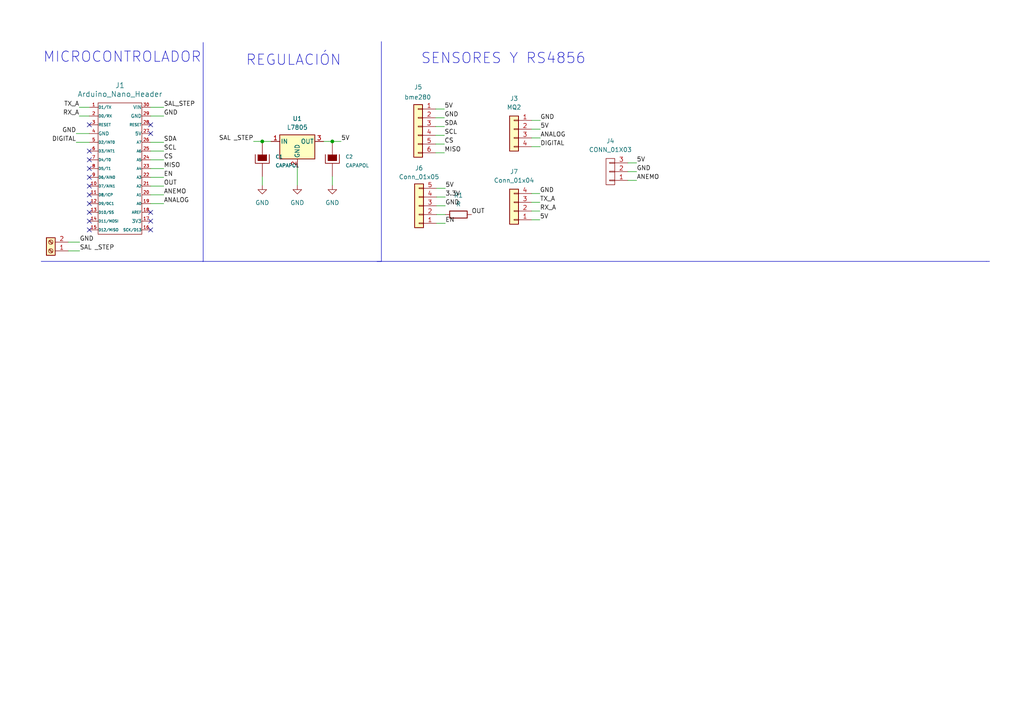
<source format=kicad_sch>
(kicad_sch (version 20230121) (generator eeschema)
  (paper "A4")
  (lib_symbols
    (symbol "Connector:Screw_Terminal_01x02" (pin_names (offset 1.016) hide)
      (property "Reference" "J" (at 0 2.54 0))
      (property "Value" "Screw_Terminal_01x02" (at 0 -5.08 0))
      (symbol "Screw_Terminal_01x02_1_1"
        (rectangle (start -1.27 1.27) (end 1.27 -3.81) (stroke (width 0.254)) (fill (type background)))
        (circle (center 0 -2.54) (radius 0.635) (stroke (width 0.1524)))
        (polyline (pts (xy -0.5334 -2.2098) (xy 0.3302 -3.048)) (stroke (width 0.1524)))
        (polyline (pts (xy -0.5334 0.3302) (xy 0.3302 -0.508)) (stroke (width 0.1524)))
        (polyline (pts (xy -0.3556 -2.032) (xy 0.508 -2.8702)) (stroke (width 0.1524)))
        (polyline (pts (xy -0.3556 0.508) (xy 0.508 -0.3302)) (stroke (width 0.1524)))
        (circle (center 0 0) (radius 0.635) (stroke (width 0.1524)))
        (pin passive line (at -5.08 0 0) (length 3.81) (name "Pin_1") (number "1"))
        (pin passive line (at -5.08 -2.54 0) (length 3.81) (name "Pin_2") (number "2"))
      )
    )
    (symbol "Connector_Generic:Conn_01x04" (pin_names (offset 1.016) hide)
      (property "Reference" "J" (at 0 5.08 0))
      (property "Value" "Conn_01x04" (at 0 -7.62 0))
      (symbol "Conn_01x04_1_1"
        (rectangle (start -1.27 -4.953) (end 0 -5.207) (stroke (width 0.1524)))
        (rectangle (start -1.27 -2.413) (end 0 -2.667) (stroke (width 0.1524)))
        (rectangle (start -1.27 0.127) (end 0 -0.127) (stroke (width 0.1524)))
        (rectangle (start -1.27 2.667) (end 0 2.413) (stroke (width 0.1524)))
        (rectangle (start -1.27 3.81) (end 1.27 -6.35) (stroke (width 0.254)) (fill (type background)))
        (pin passive line (at -5.08 2.54 0) (length 3.81) (name "Pin_1") (number "1"))
        (pin passive line (at -5.08 0 0) (length 3.81) (name "Pin_2") (number "2"))
        (pin passive line (at -5.08 -2.54 0) (length 3.81) (name "Pin_3") (number "3"))
        (pin passive line (at -5.08 -5.08 0) (length 3.81) (name "Pin_4") (number "4"))
      )
    )
    (symbol "Connector_Generic:Conn_01x05" (pin_names (offset 1.016) hide)
      (property "Reference" "J" (at 0 7.62 0))
      (property "Value" "Conn_01x05" (at 0 -7.62 0))
      (symbol "Conn_01x05_1_1"
        (rectangle (start -1.27 -4.953) (end 0 -5.207) (stroke (width 0.1524)))
        (rectangle (start -1.27 -2.413) (end 0 -2.667) (stroke (width 0.1524)))
        (rectangle (start -1.27 0.127) (end 0 -0.127) (stroke (width 0.1524)))
        (rectangle (start -1.27 2.667) (end 0 2.413) (stroke (width 0.1524)))
        (rectangle (start -1.27 5.207) (end 0 4.953) (stroke (width 0.1524)))
        (rectangle (start -1.27 6.35) (end 1.27 -6.35) (stroke (width 0.254)) (fill (type background)))
        (pin passive line (at -5.08 5.08 0) (length 3.81) (name "Pin_1") (number "1"))
        (pin passive line (at -5.08 2.54 0) (length 3.81) (name "Pin_2") (number "2"))
        (pin passive line (at -5.08 0 0) (length 3.81) (name "Pin_3") (number "3"))
        (pin passive line (at -5.08 -2.54 0) (length 3.81) (name "Pin_4") (number "4"))
        (pin passive line (at -5.08 -5.08 0) (length 3.81) (name "Pin_5") (number "5"))
      )
    )
    (symbol "Connector_Generic:Conn_01x06" (pin_names (offset 1.016) hide)
      (property "Reference" "J" (at 0 7.62 0))
      (property "Value" "Conn_01x06" (at 0 -10.16 0))
      (symbol "Conn_01x06_1_1"
        (rectangle (start -1.27 -7.493) (end 0 -7.747) (stroke (width 0.1524)))
        (rectangle (start -1.27 -4.953) (end 0 -5.207) (stroke (width 0.1524)))
        (rectangle (start -1.27 -2.413) (end 0 -2.667) (stroke (width 0.1524)))
        (rectangle (start -1.27 0.127) (end 0 -0.127) (stroke (width 0.1524)))
        (rectangle (start -1.27 2.667) (end 0 2.413) (stroke (width 0.1524)))
        (rectangle (start -1.27 5.207) (end 0 4.953) (stroke (width 0.1524)))
        (rectangle (start -1.27 6.35) (end 1.27 -8.89) (stroke (width 0.254)) (fill (type background)))
        (pin passive line (at -5.08 5.08 0) (length 3.81) (name "Pin_1") (number "1"))
        (pin passive line (at -5.08 2.54 0) (length 3.81) (name "Pin_2") (number "2"))
        (pin passive line (at -5.08 0 0) (length 3.81) (name "Pin_3") (number "3"))
        (pin passive line (at -5.08 -2.54 0) (length 3.81) (name "Pin_4") (number "4"))
        (pin passive line (at -5.08 -5.08 0) (length 3.81) (name "Pin_5") (number "5"))
        (pin passive line (at -5.08 -7.62 0) (length 3.81) (name "Pin_6") (number "6"))
      )
    )
    (symbol "Device:R" (pin_numbers hide) (pin_names (offset 0))
      (property "Reference" "R" (at 2.032 0 90))
      (property "Value" "R" (at 0 0 90))
      (symbol "R_0_1"
        (rectangle (start -1.016 -2.54) (end 1.016 2.54) (stroke (width 0.254)))
      )
      (symbol "R_1_1"
        (pin passive line (at 0 3.81 270) (length 1.27) (name "~") (number "1"))
        (pin passive line (at 0 -3.81 90) (length 1.27) (name "~") (number "2"))
      )
    )
    (symbol "EESTN5:Arduino_Nano_Header" (pin_names (offset 0.0254))
      (property "Reference" "J" (at 0 20.32 0))
      (property "Value" "Arduino_Nano_Header" (at 0 -20.32 0))
      (symbol "Arduino_Nano_Header_0_1"
        (rectangle (start 6.35 -19.05) (end -6.35 19.05))
      )
      (symbol "Arduino_Nano_Header_1_1"
        (pin passive line (at -8.89 17.78 0) (length 2.54) (name "D1/TX") (number "1"))
        (pin passive line (at -8.89 -5.08 0) (length 2.54) (name "D7/AIN1") (number "10"))
        (pin passive line (at -8.89 -7.62 0) (length 2.54) (name "D8/ICP") (number "11"))
        (pin passive line (at -8.89 -10.16 0) (length 2.54) (name "D9/0C1") (number "12"))
        (pin passive line (at -8.89 -12.7 0) (length 2.54) (name "D10/SS") (number "13"))
        (pin passive line (at -8.89 -15.24 0) (length 2.54) (name "D11/MOSI") (number "14"))
        (pin passive line (at -8.89 -17.78 0) (length 2.54) (name "D12/MISO") (number "15"))
        (pin passive line (at 8.89 -17.78 180) (length 2.54) (name "SCK/D13") (number "16"))
        (pin passive line (at 8.89 -15.24 180) (length 2.54) (name "3V3") (number "17"))
        (pin passive line (at 8.89 -12.7 180) (length 2.54) (name "AREF") (number "18"))
        (pin passive line (at 8.89 -10.16 180) (length 2.54) (name "A0") (number "19"))
        (pin passive line (at -8.89 15.24 0) (length 2.54) (name "D0/RX") (number "2"))
        (pin passive line (at 8.89 -7.62 180) (length 2.54) (name "A1") (number "20"))
        (pin passive line (at 8.89 -5.08 180) (length 2.54) (name "A2") (number "21"))
        (pin passive line (at 8.89 -2.54 180) (length 2.54) (name "A3") (number "22"))
        (pin passive line (at 8.89 0 180) (length 2.54) (name "A4") (number "23"))
        (pin passive line (at 8.89 2.54 180) (length 2.54) (name "A5") (number "24"))
        (pin passive line (at 8.89 5.08 180) (length 2.54) (name "A6") (number "25"))
        (pin passive line (at 8.89 7.62 180) (length 2.54) (name "A7") (number "26"))
        (pin passive line (at 8.89 10.16 180) (length 2.54) (name "5V") (number "27"))
        (pin passive line (at 8.89 12.7 180) (length 2.54) (name "RESET") (number "28"))
        (pin passive line (at 8.89 15.24 180) (length 2.54) (name "GND") (number "29"))
        (pin passive line (at -8.89 12.7 0) (length 2.54) (name "RESET") (number "3"))
        (pin passive line (at 8.89 17.78 180) (length 2.54) (name "VIN") (number "30"))
        (pin passive line (at -8.89 10.16 0) (length 2.54) (name "GND") (number "4"))
        (pin passive line (at -8.89 7.62 0) (length 2.54) (name "D2/INT0") (number "5"))
        (pin passive line (at -8.89 5.08 0) (length 2.54) (name "D3/INT1") (number "6"))
        (pin passive line (at -8.89 2.54 0) (length 2.54) (name "D4/T0") (number "7"))
        (pin passive line (at -8.89 0 0) (length 2.54) (name "D5/T1") (number "8"))
        (pin passive line (at -8.89 -2.54 0) (length 2.54) (name "D6/AIN0") (number "9"))
      )
    )
    (symbol "EESTN5:CAPAPOL" (pin_numbers hide) (pin_names (offset 0.254) hide)
      (property "Reference" "C" (at 1.27 2.54 0))
      (property "Value" "CAPAPOL" (at 1.27 -2.54 0))
      (symbol "CAPAPOL_0_1"
        (polyline (pts (xy -2.032 1.27) (xy -2.032 -1.27) (xy 2.032 -1.27) (xy 2.032 1.27)) (stroke (width 0.2032)))
        (polyline (pts (xy -1.27 1.27) (xy -1.27 -0.508) (xy 1.27 -0.508) (xy 1.27 1.27)) (fill (type outline)))
      )
      (symbol "CAPAPOL_1_1"
        (pin passive line (at 0 5.08 270) (length 3.81) (name "~") (number "1"))
        (pin passive line (at 0 -5.08 90) (length 3.81) (name "~") (number "2"))
      )
    )
    (symbol "EESTN5:CONN_01X03" (pin_names (offset 1.016) hide)
      (property "Reference" "J" (at 0 5.08 0))
      (property "Value" "CONN_01X03" (at 2.54 0 90))
      (symbol "CONN_01X03_0_1"
        (rectangle (start -1.27 -2.413) (end 0.254 -2.667))
        (rectangle (start -1.27 0.127) (end 0.254 -0.127))
        (rectangle (start -1.27 2.667) (end 0.254 2.413))
        (rectangle (start -1.27 3.81) (end 1.27 -3.81))
      )
      (symbol "CONN_01X03_1_1"
        (pin passive line (at -5.08 2.54 0) (length 3.81) (name "P1") (number "1"))
        (pin passive line (at -5.08 0 0) (length 3.81) (name "P2") (number "2"))
        (pin passive line (at -5.08 -2.54 0) (length 3.81) (name "P3") (number "3"))
      )
    )
    (symbol "EESTN5:Conn_01x04" (pin_names (offset 1.016) hide)
      (property "Reference" "J" (at 0 5.08 0))
      (property "Value" "Conn_01x04" (at 0 -7.62 0))
      (symbol "Conn_01x04_1_1"
        (rectangle (start -1.27 -4.953) (end 0 -5.207) (stroke (width 0.1524)))
        (rectangle (start -1.27 -2.413) (end 0 -2.667) (stroke (width 0.1524)))
        (rectangle (start -1.27 0.127) (end 0 -0.127) (stroke (width 0.1524)))
        (rectangle (start -1.27 2.667) (end 0 2.413) (stroke (width 0.1524)))
        (rectangle (start -1.27 3.81) (end 1.27 -6.35) (stroke (width 0.254)) (fill (type background)))
        (pin passive line (at -5.08 2.54 0) (length 3.81) (name "Pin_1") (number "1"))
        (pin passive line (at -5.08 0 0) (length 3.81) (name "Pin_2") (number "2"))
        (pin passive line (at -5.08 -2.54 0) (length 3.81) (name "Pin_3") (number "3"))
        (pin passive line (at -5.08 -5.08 0) (length 3.81) (name "Pin_4") (number "4"))
      )
    )
    (symbol "Regulator_Linear:L7805" (pin_names (offset 0.254))
      (property "Reference" "U" (at -3.81 3.175 0))
      (property "Value" "L7805" (at 0 3.175 0))
      (symbol "L7805_0_1"
        (rectangle (start -5.08 1.905) (end 5.08 -5.08) (stroke (width 0.254)) (fill (type background)))
      )
      (symbol "L7805_1_1"
        (pin power_in line (at -7.62 0 0) (length 2.54) (name "IN") (number "1"))
        (pin power_in line (at 0 -7.62 90) (length 2.54) (name "GND") (number "2"))
        (pin power_out line (at 7.62 0 180) (length 2.54) (name "OUT") (number "3"))
      )
    )
    (symbol "power:GND" (power) (pin_names (offset 0))
      (property "Value" "GND" (at 0 -3.81 0))
      (symbol "GND_0_1"
        (polyline (pts (xy 0 0) (xy 0 -1.27) (xy 1.27 -1.27) (xy 0 -2.54) (xy -1.27 -1.27) (xy 0 -1.27)))
      )
      (symbol "GND_1_1"
        (pin power_in line (at 0 0 270) (length 0) hide (name "GND") (number "1"))
      )
    )
  )
  (junction (at 96.393 41.021))
  (junction (at 76.073 41.021))
  (no_connect (at 25.908 66.675))
  (no_connect (at 25.908 36.195))
  (no_connect (at 25.908 46.355))
  (no_connect (at 43.688 61.595))
  (no_connect (at 25.908 51.435))
  (no_connect (at 25.908 64.135))
  (no_connect (at 25.908 43.815))
  (no_connect (at 25.908 56.515))
  (no_connect (at 25.908 59.055))
  (no_connect (at 25.908 48.895))
  (no_connect (at 25.908 61.595))
  (no_connect (at 43.688 36.195))
  (no_connect (at 43.688 38.735))
  (no_connect (at 43.688 66.675))
  (no_connect (at 43.688 64.135))
  (no_connect (at 25.908 53.975))
  (wire (pts (xy 22.098 41.275) (xy 25.908 41.275)))
  (wire (pts (xy 76.073 41.021) (xy 78.613 41.021)))
  (wire (pts (xy 43.688 33.655) (xy 47.498 33.655)))
  (wire (pts (xy 43.688 59.055) (xy 47.498 59.055)))
  (wire (pts (xy 93.853 41.021) (xy 96.393 41.021)))
  (wire (pts (xy 154.178 56.134) (xy 156.591 56.134)))
  (polyline (pts (xy 58.928 12.319) (xy 58.928 75.819)))
  (wire (pts (xy 126.365 34.163) (xy 128.905 34.163)))
  (wire (pts (xy 126.619 54.61) (xy 129.159 54.61)))
  (wire (pts (xy 182.118 47.244) (xy 184.658 47.244)))
  (wire (pts (xy 126.619 59.69) (xy 129.159 59.69)))
  (wire (pts (xy 22.098 38.735) (xy 25.908 38.735)))
  (wire (pts (xy 43.688 41.275) (xy 47.498 41.275)))
  (polyline (pts (xy 110.617 75.819) (xy 109.347 75.819)))
  (wire (pts (xy 154.178 34.925) (xy 156.718 34.925)))
  (wire (pts (xy 154.178 58.674) (xy 156.591 58.674)))
  (wire (pts (xy 43.688 53.975) (xy 47.498 53.975)))
  (wire (pts (xy 126.619 57.15) (xy 129.159 57.15)))
  (wire (pts (xy 126.619 62.23) (xy 129.159 62.23)))
  (wire (pts (xy 154.178 37.465) (xy 156.718 37.465)))
  (wire (pts (xy 43.688 43.815) (xy 47.498 43.815)))
  (wire (pts (xy 22.987 33.655) (xy 25.908 33.655)))
  (wire (pts (xy 182.118 52.324) (xy 184.658 52.324)))
  (wire (pts (xy 126.365 31.623) (xy 128.905 31.623)))
  (wire (pts (xy 19.812 70.231) (xy 23.114 70.231)))
  (polyline (pts (xy 110.617 12.065) (xy 110.617 75.819)))
  (polyline (pts (xy 58.928 75.819) (xy 58.801 75.819)))
  (wire (pts (xy 43.688 46.355) (xy 47.498 46.355)))
  (wire (pts (xy 43.688 31.115) (xy 47.498 31.115)))
  (wire (pts (xy 43.688 51.435) (xy 47.498 51.435)))
  (wire (pts (xy 86.233 48.641) (xy 86.233 53.721)))
  (polyline (pts (xy 11.938 75.819) (xy 286.131 75.819)))
  (wire (pts (xy 96.393 51.181) (xy 96.393 53.721)))
  (wire (pts (xy 126.365 41.783) (xy 128.905 41.783)))
  (wire (pts (xy 154.178 40.005) (xy 156.718 40.005)))
  (wire (pts (xy 126.619 64.77) (xy 129.159 64.77)))
  (wire (pts (xy 73.533 41.021) (xy 76.073 41.021)))
  (wire (pts (xy 22.987 31.115) (xy 25.908 31.115)))
  (wire (pts (xy 43.688 48.895) (xy 47.498 48.895)))
  (wire (pts (xy 43.688 56.515) (xy 47.498 56.515)))
  (wire (pts (xy 154.178 61.214) (xy 156.591 61.214)))
  (wire (pts (xy 126.365 39.243) (xy 128.905 39.243)))
  (wire (pts (xy 154.178 42.545) (xy 156.718 42.545)))
  (wire (pts (xy 96.393 41.021) (xy 98.933 41.021)))
  (wire (pts (xy 19.812 72.771) (xy 23.114 72.771)))
  (wire (pts (xy 126.365 44.323) (xy 128.905 44.323)))
  (wire (pts (xy 128.905 36.703) (xy 126.365 36.703)))
  (polyline (pts (xy 286.131 75.819) (xy 287.02 75.819)))
  (wire (pts (xy 76.073 51.181) (xy 76.073 53.721)))
  (wire (pts (xy 182.118 49.784) (xy 184.658 49.784)))
  (wire (pts (xy 154.178 63.754) (xy 156.591 63.754)))
  (text "REGULACIÓN\n" (at 71.247 19.304 0) (effects (font (size 3 3)) (justify left bottom)))
  (text "MICROCONTROLADOR\n" (at 12.446 18.415 0) (effects (font (size 3 3)) (justify left bottom)))
  (text "SENSORES Y RS4856\n" (at 122.047 18.796 0) (effects (font (size 3 3)) (justify left bottom)))
  (label "EN" (at 129.159 64.77 0))
  (label "SAL _STEP" (at 73.533 41.021 180))
  (label "ANALOG" (at 156.718 40.005 0))
  (label "SCL" (at 128.905 39.243 0))
  (label "MISO" (at 47.498 48.895 0))
  (label "5V" (at 156.718 37.465 0))
  (label "ANALOG" (at 47.498 59.055 0))
  (label "5V" (at 98.933 41.021 0))
  (label "5V" (at 156.591 63.754 0))
  (label "RX_A" (at 22.987 33.655 180))
  (label "OUT" (at 47.498 53.975 0))
  (label "MISO" (at 128.905 44.323 0))
  (label "OUT" (at 136.779 62.23 0))
  (label "5V" (at 184.658 47.244 0))
  (label "5V" (at 129.159 54.61 0))
  (label "ANEMO" (at 47.498 56.515 0))
  (label "RX_A" (at 156.591 61.214 0))
  (label "GND" (at 22.098 38.735 180))
  (label "GND" (at 23.114 70.231 0))
  (label "SAL_STEP" (at 47.498 31.115 0))
  (label "SDA" (at 128.905 36.703 0))
  (label "GND" (at 156.718 34.925 0))
  (label "ANEMO" (at 184.658 52.324 0))
  (label "GND" (at 184.658 49.784 0))
  (label "GND" (at 128.905 34.163 0))
  (label "TX_A" (at 156.591 58.674 0))
  (label "3.3V" (at 129.159 57.15 0))
  (label "GND" (at 156.591 56.134 0))
  (label "SAL _STEP" (at 23.114 72.771 0))
  (label "TX_A" (at 22.987 31.115 180))
  (label "GND" (at 47.498 33.655 0))
  (label "CS" (at 128.905 41.783 0))
  (label "GND" (at 129.159 59.69 0))
  (label "SCL" (at 47.498 43.815 0))
  (label "DIGITAL" (at 22.098 41.275 180))
  (label "CS" (at 47.498 46.355 0))
  (label "DIGITAL" (at 156.718 42.545 0))
  (label "SDA" (at 47.498 41.275 0))
  (label "EN" (at 47.498 51.435 0))
  (label "5V" (at 128.905 31.623 0))
  (symbol (lib_id "power:GND") (at 96.393 53.721 0) (unit 1)
    (property "Reference" "#PWR03" (effects hide))
    (property "Value" "GND" (at 96.393 58.801 0))
  )
  (symbol (lib_id "Connector_Generic:Conn_01x06") (at 121.285 36.703 0) (mirror y) (unit 1)
    (property "Reference" "J5" (at 121.285 25.273 0))
    (property "Value" "bme280" (at 121.158 28.194 0))
    (property "Footprint" "EESTN5:pin_strip_6" (effects hide))
  )
  (symbol (lib_id "EESTN5:CAPAPOL") (at 96.393 46.101 0) (unit 1)
    (property "Reference" "C2" (at 100.203 45.466 0) (effects (font (size 1.016 1.016)) (justify left)))
    (property "Value" "CAPAPOL" (at 100.203 48.006 0) (effects (font (size 1.016 1.016)) (justify left)))
    (property "Footprint" "EESTN5:CAP_ELEC_5x11mm" (effects hide))
  )
  (symbol (lib_id "Connector_Generic:Conn_01x05") (at 121.539 59.69 180) (unit 1)
    (property "Reference" "J6" (at 121.539 48.768 0))
    (property "Value" "Conn_01x05" (at 121.539 51.308 0))
    (property "Footprint" "EESTN5:Pin_Header_5" (effects hide))
  )
  (symbol (lib_id "Regulator_Linear:L7805") (at 86.233 41.021 0) (unit 1)
    (property "Reference" "U1" (at 86.233 34.417 0))
    (property "Value" "L7805" (at 86.233 36.957 0))
    (property "Footprint" "Package_TO_SOT_SMD:TO-263-2" (effects hide))
    (property "Datasheet" "http://www.st.com/content/ccc/resource/technical/document/datasheet/41/4f/b3/b0/12/d4/47/88/CD00000444.pdf/files/CD00000444.pdf/jcr:content/translations/en.CD00000444.pdf" (effects hide))
  )
  (symbol (lib_id "Device:R") (at 132.969 62.23 90) (unit 1)
    (property "Reference" "R1" (at 132.969 56.642 90))
    (property "Value" "R" (at 132.969 59.182 90))
    (property "Footprint" "EESTN5:R_1206" (effects hide))
  )
  (symbol (lib_id "Connector_Generic:Conn_01x04") (at 149.098 37.465 0) (mirror y) (unit 1)
    (property "Reference" "J3" (at 149.098 28.575 0))
    (property "Value" "MQ2" (at 149.098 31.115 0))
    (property "Footprint" "EESTN5:pin_strip_4" (effects hide))
  )
  (symbol (lib_id "power:GND") (at 86.233 53.721 0) (unit 1)
    (property "Reference" "#PWR02" (effects hide))
    (property "Value" "GND" (at 86.233 58.801 0))
  )
  (symbol (lib_id "EESTN5:CAPAPOL") (at 76.073 46.101 0) (unit 1)
    (property "Reference" "C1" (at 79.883 45.466 0) (effects (font (size 1.016 1.016)) (justify left)))
    (property "Value" "CAPAPOL" (at 79.883 48.006 0) (effects (font (size 1.016 1.016)) (justify left)))
    (property "Footprint" "EESTN5:CAP_ELEC_5x11mm" (effects hide))
  )
  (symbol (lib_id "power:GND") (at 76.073 53.721 0) (unit 1)
    (property "Reference" "#PWR01" (effects hide))
    (property "Value" "GND" (at 76.073 58.801 0))
  )
  (symbol (lib_id "EESTN5:Conn_01x04") (at 149.098 61.214 180) (unit 1)
    (property "Reference" "J7" (at 149.098 49.784 0))
    (property "Value" "Conn_01x04" (at 149.098 52.324 0))
    (property "Footprint" "EESTN5:pin_strip_4" (effects hide))
  )
  (symbol (lib_id "EESTN5:CONN_01X03") (at 177.038 49.784 180) (unit 1)
    (property "Reference" "J4" (at 177.038 40.894 0))
    (property "Value" "CONN_01X03" (at 177.038 43.434 0))
    (property "Footprint" "EESTN5:Pin_Header_3" (effects hide))
  )
  (symbol (lib_id "EESTN5:Arduino_Nano_Header") (at 34.798 48.895 0) (unit 1)
    (property "Reference" "J1" (at 34.798 24.765 0) (effects (font (size 1.524 1.524))))
    (property "Value" "Arduino_Nano_Header" (at 34.798 27.305 0) (effects (font (size 1.524 1.524))))
    (property "Footprint" "EESTN5:arduino_nano_header" (effects hide))
  )
  (symbol (lib_id "Connector:Screw_Terminal_01x02") (at 14.732 72.771 180) (unit 1)
    (property "Reference" "J2" (effects hide))
    (property "Value" "Screw_Terminal_01x02" (effects hide))
    (property "Footprint" "EESTN5:BORNERA2_AZUL" (effects hide))
  )
)
</source>
